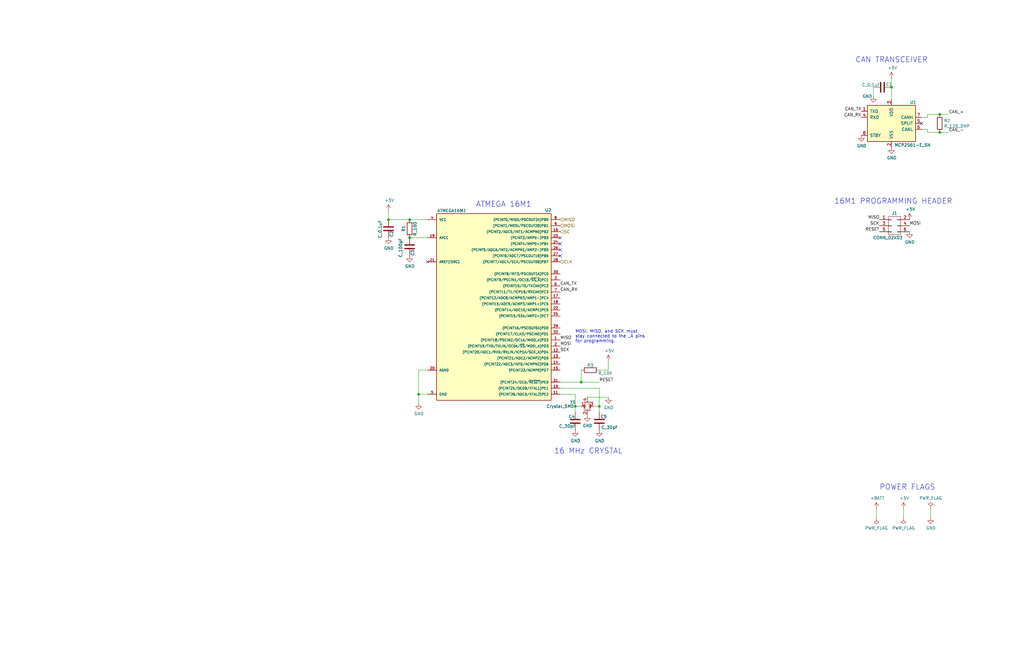
<source format=kicad_sch>
(kicad_sch (version 20211123) (generator eeschema)
  (paper "B")
  (title_block (title "OEM Project Template") (date "2019-08-22") (rev "1") (company "Olin Electric Motorsports") (comment 1 "Wesley Soo-Hoo"))
  (lib_symbols
    (symbol "formula:ATMEGA16M1" (pin_names (offset 1.016))
      (property "Reference" "U" (at -24.13 46.482 0))
      (property "Value" "ATMEGA16M1" (at 12.7 -35.56 0))
      (symbol "ATMEGA16M1_0_1"
        (rectangle (start -24.13 45.72) (end 24.13 -33.02) (stroke (width 0.254)) (fill (type background)))
      )
      (symbol "ATMEGA16M1_1_1"
        (pin bidirectional line (at 27.94 -7.62 180) (length 3.81) (name "(PCINT18/PSCIN2/OC1A/MISO_A)PD2") (number "1"))
        (pin bidirectional line (at 27.94 -27.94 180) (length 3.81) (name "(PCINT25/OC0B/XTAL1)PE1") (number "10"))
        (pin bidirectional line (at 27.94 -30.48 180) (length 3.81) (name "(PCINT26/ADC0/XTAL2)PE2") (number "11"))
        (pin bidirectional line (at 27.94 -12.7 180) (length 3.81) (name "(PCINT20/ADC1/RXD/RXLIN/ICP1A/SCK_A)PD4") (number "12"))
        (pin bidirectional line (at 27.94 -15.24 180) (length 3.81) (name "(PCINT21/ADC2/ACMP2)PD5") (number "13"))
        (pin bidirectional line (at 27.94 -17.78 180) (length 3.81) (name "(PCINT22/ADC3/INT0/ACMPN2)PD6") (number "14"))
        (pin bidirectional line (at 27.94 -20.32 180) (length 3.81) (name "(PCINT23/ACMP0)PD7") (number "15"))
        (pin bidirectional line (at 27.94 38.1 180) (length 3.81) (name "(PCINT2/ADC5/INT1/ACMPN0)PB2") (number "16"))
        (pin bidirectional line (at 27.94 10.16 180) (length 3.81) (name "(PCINT12/ADC8/ACMPN3/AMP1-)PC4") (number "17"))
        (pin bidirectional line (at 27.94 7.62 180) (length 3.81) (name "(PCINT13/ADC9/ACMP3/AMP1+)PC5") (number "18"))
        (pin power_in line (at -27.94 35.56 0) (length 3.81) (name "AVCC") (number "19"))
        (pin bidirectional line (at 27.94 -10.16 180) (length 3.81) (name "(PCINT19/TXD/TXLIN/OC0A/~{SS}/MOSI_A)PD3") (number "2"))
        (pin power_in line (at -27.94 -20.32 0) (length 3.81) (name "AGND") (number "20"))
        (pin power_in line (at -27.94 25.4 0) (length 3.81) (name "AREF(ISRC)") (number "21"))
        (pin bidirectional line (at 27.94 5.08 180) (length 3.81) (name "(PCINT14/ADC10/ACMP1)PC6") (number "22"))
        (pin bidirectional line (at 27.94 35.56 180) (length 3.81) (name "(PCINT3/AMP0-)PB3") (number "23"))
        (pin bidirectional line (at 27.94 33.02 180) (length 3.81) (name "(PCINT4/AMP0+)PB4") (number "24"))
        (pin bidirectional line (at 27.94 2.54 180) (length 3.81) (name "(PCINT15/D2A/AMP2+)PC7") (number "25"))
        (pin bidirectional line (at 27.94 30.48 180) (length 3.81) (name "(PCINT5/ADC6/INT2/ACMPN1/AMP2-)PB5") (number "26"))
        (pin bidirectional line (at 27.94 27.94 180) (length 3.81) (name "(PCINT6/ADC7/PSCOUT1B)PB6") (number "27"))
        (pin bidirectional line (at 27.94 25.4 180) (length 3.81) (name "(PCINT7/ADC4/SCK/PSCOUT0B)PB7") (number "28"))
        (pin bidirectional line (at 27.94 -2.54 180) (length 3.81) (name "(PCINT16/PSCOUT0A)PD0") (number "29"))
        (pin bidirectional line (at 27.94 17.78 180) (length 3.81) (name "(PCINT9/PSCIN1/OC1B/~{SS_A})PC1") (number "3"))
        (pin bidirectional line (at 27.94 20.32 180) (length 3.81) (name "(PCINT8/INT3/PSCOUT1A)PC0") (number "30"))
        (pin bidirectional line (at 27.94 -25.4 180) (length 3.81) (name "(PCINT24/OCD/~{RESET})PE0") (number "31"))
        (pin bidirectional line (at 27.94 -5.08 180) (length 3.81) (name "(PCINT17/CLKO/PSCIN0)PD1") (number "32"))
        (pin power_in line (at -27.94 43.18 0) (length 3.81) (name "VCC") (number "4"))
        (pin power_in line (at -27.94 -30.48 0) (length 3.81) (name "GND") (number "5"))
        (pin bidirectional line (at 27.94 15.24 180) (length 3.81) (name "(PCINT10/T0/TXCAN)PC2") (number "6"))
        (pin bidirectional line (at 27.94 12.7 180) (length 3.81) (name "(PCINT11/T1/ICP1B/RXCAN)PC3") (number "7"))
        (pin bidirectional line (at 27.94 43.18 180) (length 3.81) (name "(PCINT0/MISO/PSCOUT2A)PB0") (number "8"))
        (pin bidirectional line (at 27.94 40.64 180) (length 3.81) (name "(PCINT1/MOSI/PSCOUT2B)PB1") (number "9"))
      )
    )
    (symbol "formula:CONN_02X03" (pin_names (offset 0.0254) hide)
      (property "Reference" "J" (at 0 5.08 0))
      (property "Value" "CONN_02X03" (at 0 -5.08 0))
      (symbol "CONN_02X03_0_1"
        (rectangle (start -2.54 -2.413) (end -1.27 -2.667))
        (rectangle (start -2.54 0.127) (end -1.27 -0.127))
        (rectangle (start -2.54 2.667) (end -1.27 2.413))
        (rectangle (start -2.54 3.81) (end 2.54 -3.81))
        (rectangle (start 1.27 -2.413) (end 2.54 -2.667))
        (rectangle (start 1.27 0.127) (end 2.54 -0.127))
        (rectangle (start 1.27 2.667) (end 2.54 2.413))
      )
      (symbol "CONN_02X03_1_1"
        (pin passive line (at -6.35 2.54 0) (length 3.81) (name "P1") (number "1"))
        (pin passive line (at 6.35 2.54 180) (length 3.81) (name "P2") (number "2"))
        (pin passive line (at -6.35 0 0) (length 3.81) (name "P3") (number "3"))
        (pin passive line (at 6.35 0 180) (length 3.81) (name "P4") (number "4"))
        (pin passive line (at -6.35 -2.54 0) (length 3.81) (name "P5") (number "5"))
        (pin passive line (at 6.35 -2.54 180) (length 3.81) (name "P6") (number "6"))
      )
    )
    (symbol "formula:C_0.1uF" (pin_numbers hide) (pin_names (offset 0.254))
      (property "Reference" "C" (at 0.635 2.54 0))
      (property "Value" "C_0.1uF" (at 0.635 -2.54 0))
      (symbol "C_0.1uF_0_1"
        (polyline (pts (xy -2.032 -0.762) (xy 2.032 -0.762)) (stroke (width 0.508)))
        (polyline (pts (xy -2.032 0.762) (xy 2.032 0.762)) (stroke (width 0.508)))
      )
      (symbol "C_0.1uF_1_1"
        (pin passive line (at 0 3.81 270) (length 2.794) (name "~") (number "1"))
        (pin passive line (at 0 -3.81 90) (length 2.794) (name "~") (number "2"))
      )
    )
    (symbol "formula:C_100pF" (pin_numbers hide) (pin_names (offset 0.254))
      (property "Reference" "C" (at 0.635 2.54 0))
      (property "Value" "C_100pF" (at 0.635 -2.54 0))
      (symbol "C_100pF_0_1"
        (polyline (pts (xy -2.032 -0.762) (xy 2.032 -0.762)) (stroke (width 0.508)))
        (polyline (pts (xy -2.032 0.762) (xy 2.032 0.762)) (stroke (width 0.508)))
      )
      (symbol "C_100pF_1_1"
        (pin passive line (at 0 3.81 270) (length 2.794) (name "~") (number "1"))
        (pin passive line (at 0 -3.81 90) (length 2.794) (name "~") (number "2"))
      )
    )
    (symbol "formula:C_30pF" (pin_numbers hide) (pin_names (offset 0.254))
      (property "Reference" "C" (at 0.635 2.54 0))
      (property "Value" "C_30pF" (at 0.635 -2.54 0))
      (symbol "C_30pF_0_1"
        (polyline (pts (xy -2.032 -0.762) (xy 2.032 -0.762)) (stroke (width 0.508)))
        (polyline (pts (xy -2.032 0.762) (xy 2.032 0.762)) (stroke (width 0.508)))
      )
      (symbol "C_30pF_1_1"
        (pin passive line (at 0 3.81 270) (length 2.794) (name "~") (number "1"))
        (pin passive line (at 0 -3.81 90) (length 2.794) (name "~") (number "2"))
      )
    )
    (symbol "formula:Crystal_SMD" (pin_names (offset 1.016) hide)
      (property "Reference" "Y" (at 1.27 4.445 0))
      (property "Value" "Crystal_SMD" (at 1.27 2.54 0))
      (symbol "Crystal_SMD_0_1"
        (rectangle (start -0.762 -1.524) (end 0.762 1.524))
        (polyline (pts (xy -1.27 -0.762) (xy -1.27 0.762)) (stroke (width 0.381)))
        (polyline (pts (xy 1.27 -0.762) (xy 1.27 0.762)) (stroke (width 0.381)))
        (polyline (pts (xy -1.27 -1.27) (xy -1.27 -1.905) (xy 1.27 -1.905) (xy 1.27 -1.27)))
        (polyline (pts (xy -1.27 1.27) (xy -1.27 1.905) (xy 1.27 1.905) (xy 1.27 1.27)))
      )
      (symbol "Crystal_SMD_1_1"
        (pin passive line (at -2.54 0 0) (length 1.27) (name "1") (number "1"))
        (pin passive line (at 0 -3.81 90) (length 1.905) (name "2") (number "2"))
        (pin passive line (at 2.54 0 180) (length 1.27) (name "3") (number "3"))
        (pin passive line (at 0 3.81 270) (length 1.905) (name "4") (number "4"))
      )
    )
    (symbol "formula:MCP2561-E_SN" (pin_names (offset 1.016))
      (property "Reference" "U" (at -10.16 8.89 0))
      (property "Value" "MCP2561-E_SN" (at 2.54 8.89 0))
      (symbol "MCP2561-E_SN_0_1"
        (rectangle (start -10.16 7.62) (end 10.16 -7.62) (stroke (width 0.254)) (fill (type background)))
      )
      (symbol "MCP2561-E_SN_1_1"
        (pin input line (at -12.7 5.08 0) (length 2.54) (name "TXD") (number "1"))
        (pin power_in line (at 0 -10.16 90) (length 2.54) (name "VSS") (number "2"))
        (pin power_in line (at 0 10.16 270) (length 2.54) (name "VDD") (number "3"))
        (pin output line (at -12.7 2.54 0) (length 2.54) (name "RXD") (number "4"))
        (pin passive line (at 12.7 0 180) (length 2.54) (name "SPLIT") (number "5"))
        (pin bidirectional line (at 12.7 -2.54 180) (length 2.54) (name "CANL") (number "6"))
        (pin bidirectional line (at 12.7 2.54 180) (length 2.54) (name "CANH") (number "7"))
        (pin input line (at -12.7 -5.08 0) (length 2.54) (name "STBY") (number "8"))
      )
    )
    (symbol "formula:R_100" (pin_numbers hide) (pin_names (offset 0))
      (property "Reference" "R" (at 2.032 0 90))
      (property "Value" "R_100" (at -2.54 0 90))
      (symbol "R_100_0_1"
        (rectangle (start -1.016 -2.54) (end 1.016 2.54) (stroke (width 0.254)))
      )
      (symbol "R_100_1_1"
        (pin passive line (at 0 3.81 270) (length 1.27) (name "~") (number "1"))
        (pin passive line (at 0 -3.81 90) (length 1.27) (name "~") (number "2"))
      )
    )
    (symbol "formula:R_10K" (pin_numbers hide) (pin_names (offset 0))
      (property "Reference" "R" (at 2.032 0 90))
      (property "Value" "R_10K" (at -2.54 0 90))
      (symbol "R_10K_0_1"
        (rectangle (start -1.016 -2.54) (end 1.016 2.54) (stroke (width 0.254)))
      )
      (symbol "R_10K_1_1"
        (pin passive line (at 0 3.81 270) (length 1.27) (name "~") (number "1"))
        (pin passive line (at 0 -3.81 90) (length 1.27) (name "~") (number "2"))
      )
    )
    (symbol "formula:R_120_DNP" (pin_numbers hide) (pin_names (offset 0))
      (property "Reference" "R" (at 2.032 0 90))
      (property "Value" "R_120_DNP" (at -2.54 0 90))
      (symbol "R_120_DNP_0_1"
        (rectangle (start -1.016 -2.54) (end 1.016 2.54) (stroke (width 0.254)))
      )
      (symbol "R_120_DNP_1_1"
        (pin passive line (at 0 3.81 270) (length 1.27) (name "~") (number "1"))
        (pin passive line (at 0 -3.81 90) (length 1.27) (name "~") (number "2"))
      )
    )
    (symbol "power:+5V" (power) (pin_names (offset 0))
      (property "Value" "+5V" (at 0 3.556 0))
      (symbol "+5V_0_1"
        (polyline (pts (xy -0.762 1.27) (xy 0 2.54)))
        (polyline (pts (xy 0 0) (xy 0 2.54)))
        (polyline (pts (xy 0 2.54) (xy 0.762 1.27)))
      )
      (symbol "+5V_1_1"
        (pin power_in line (at 0 0 90) (length 0) hide (name "+5V") (number "1"))
      )
    )
    (symbol "power:+BATT" (power) (pin_names (offset 0))
      (property "Value" "+BATT" (at 0 3.556 0))
      (symbol "+BATT_0_1"
        (polyline (pts (xy -0.762 1.27) (xy 0 2.54)))
        (polyline (pts (xy 0 0) (xy 0 2.54)))
        (polyline (pts (xy 0 2.54) (xy 0.762 1.27)))
      )
      (symbol "+BATT_1_1"
        (pin power_in line (at 0 0 90) (length 0) hide (name "+BATT") (number "1"))
      )
    )
    (symbol "power:GND" (power) (pin_names (offset 0))
      (property "Value" "GND" (at 0 -3.81 0))
      (symbol "GND_0_1"
        (polyline (pts (xy 0 0) (xy 0 -1.27) (xy 1.27 -1.27) (xy 0 -2.54) (xy -1.27 -1.27) (xy 0 -1.27)))
      )
      (symbol "GND_1_1"
        (pin power_in line (at 0 0 270) (length 0) hide (name "GND") (number "1"))
      )
    )
    (symbol "power:PWR_FLAG" (power) (pin_numbers hide) (pin_names (offset 0) hide)
      (property "Value" "PWR_FLAG" (at 0 3.81 0))
      (symbol "PWR_FLAG_0_0"
        (pin power_out line (at 0 0 90) (length 0) (name "pwr") (number "1"))
      )
      (symbol "PWR_FLAG_0_1"
        (polyline (pts (xy 0 0) (xy 0 1.27) (xy -1.016 1.905) (xy 0 2.54) (xy 1.016 1.905) (xy 0 1.27)))
      )
    )
  )
  (junction (at 163.83 92.71))
  (junction (at 375.92 36.83))
  (junction (at 172.72 92.71))
  (junction (at 172.72 100.33))
  (junction (at 396.24 55.88))
  (junction (at 176.53 166.37))
  (junction (at 396.24 48.26))
  (junction (at 245.11 161.29))
  (junction (at 242.57 171.45))
  (junction (at 252.73 171.45))
  (no_connect (at 236.22 102.87))
  (no_connect (at 236.22 105.41))
  (no_connect (at 236.22 100.33))
  (no_connect (at 388.62 52.07))
  (no_connect (at 236.22 107.95))
  (no_connect (at 180.34 110.49))
  (wire (pts (xy 176.53 156.21) (xy 180.34 156.21)))
  (wire (pts (xy 252.73 163.83) (xy 236.22 163.83)))
  (wire (pts (xy 368.3 36.83) (xy 368.3 40.64)))
  (wire (pts (xy 391.16 54.61) (xy 391.16 55.88)))
  (wire (pts (xy 247.65 167.64) (xy 256.54 167.64)))
  (wire (pts (xy 242.57 171.45) (xy 245.11 171.45)))
  (wire (pts (xy 391.16 48.26) (xy 396.24 48.26)))
  (wire (pts (xy 176.53 170.18) (xy 176.53 166.37)))
  (wire (pts (xy 391.16 55.88) (xy 396.24 55.88)))
  (wire (pts (xy 381 218.44) (xy 381 214.63)))
  (wire (pts (xy 242.57 171.45) (xy 242.57 166.37)))
  (wire (pts (xy 163.83 92.71) (xy 172.72 92.71)))
  (wire (pts (xy 396.24 48.26) (xy 400.05 48.26)))
  (wire (pts (xy 180.34 100.33) (xy 172.72 100.33)))
  (wire (pts (xy 392.43 214.63) (xy 392.43 218.44)))
  (wire (pts (xy 375.92 36.83) (xy 375.92 33.02)))
  (wire (pts (xy 396.24 55.88) (xy 400.05 55.88)))
  (wire (pts (xy 375.92 41.91) (xy 375.92 36.83)))
  (wire (pts (xy 250.19 171.45) (xy 252.73 171.45)))
  (wire (pts (xy 252.73 156.21) (xy 256.54 156.21)))
  (wire (pts (xy 252.73 171.45) (xy 252.73 163.83)))
  (wire (pts (xy 172.72 92.71) (xy 180.34 92.71)))
  (wire (pts (xy 369.57 214.63) (xy 369.57 218.44)))
  (wire (pts (xy 388.62 49.53) (xy 391.16 49.53)))
  (wire (pts (xy 176.53 166.37) (xy 176.53 156.21)))
  (wire (pts (xy 388.62 54.61) (xy 391.16 54.61)))
  (wire (pts (xy 252.73 171.45) (xy 252.73 173.99)))
  (wire (pts (xy 163.83 88.9) (xy 163.83 92.71)))
  (wire (pts (xy 242.57 173.99) (xy 242.57 171.45)))
  (wire (pts (xy 245.11 161.29) (xy 245.11 156.21)))
  (wire (pts (xy 245.11 161.29) (xy 252.73 161.29)))
  (wire (pts (xy 242.57 166.37) (xy 236.22 166.37)))
  (wire (pts (xy 180.34 166.37) (xy 176.53 166.37)))
  (wire (pts (xy 391.16 49.53) (xy 391.16 48.26)))
  (wire (pts (xy 236.22 161.29) (xy 245.11 161.29)))
  (wire (pts (xy 256.54 156.21) (xy 256.54 152.4)))
  (text "POWER FLAGS\n" (at 370.84 207.01 0) (effects (font (size 2.2606 2.2606)) (justify left bottom)))
  (text "CAN TRANSCEIVER\n" (at 360.68 26.67 0) (effects (font (size 2.2606 2.2606)) (justify left bottom)))
  (text "ATMEGA 16M1\n" (at 200.66 87.63 0) (effects (font (size 2.2606 2.2606)) (justify left bottom)))
  (text "MOSI, MISO, and SCK must\nstay connected to the _A pins\nfor programming." (at 242.57 144.78 0) (effects (font (size 1.27 1.27)) (justify left bottom)))
  (text "16 MHz CRYSTAL\n" (at 233.68 191.77 0) (effects (font (size 2.2606 2.2606)) (justify left bottom)))
  (text "16M1 PROGRAMMING HEADER\n" (at 351.79 86.36 0) (effects (font (size 2.2606 2.2606)) (justify left bottom)))
  (label "RESET" (at 370.84 97.79 180))
  (label "MISO" (at 236.22 143.51 0))
  (label "MOSI" (at 383.54 95.25 0))
  (label "CAN_+" (at 400.05 48.26 0))
  (label "CAN_-" (at 400.05 55.88 0))
  (label "CAN_RX" (at 236.22 123.19 0))
  (label "CAN_TX" (at 236.22 120.65 0))
  (label "MOSI" (at 236.22 146.05 0))
  (label "CAN_TX" (at 363.22 46.99 180))
  (label "SCK" (at 236.22 148.59 0))
  (label "SCK" (at 370.84 95.25 180))
  (label "RESET" (at 252.73 161.29 0))
  (label "CAN_RX" (at 363.22 49.53 180))
  (label "MISO" (at 370.84 92.71 180))
  (hierarchical_label "CLK" (shape input) (at 236.22 110.49 0))
  (hierarchical_label "MOSI" (shape input) (at 236.22 95.25 0))
  (hierarchical_label "MISO" (shape input) (at 236.22 92.71 0))
  (hierarchical_label "SC" (shape input) (at 236.22 97.79 0))
  (symbol (lib_id "power:GND") (at 392.43 218.44 0) (unit 1)
    (property "Reference" "#PWR?" (effects hide))
    (property "Value" "GND" (at 392.557 222.8342 0))
  )
  (symbol (lib_id "formula:ATMEGA16M1") (at 208.28 135.89 0) (unit 1)
    (property "Reference" "U2" (at 231.14 88.646 0))
    (property "Value" "ATMEGA16M1" (at 190.5 88.9 0))
    (property "Footprint" "footprints:TQFP-32_7x7mm_Pitch0.8mm" (effects hide))
    (property "Datasheet" "http://ww1.microchip.com/downloads/en/DeviceDoc/Atmel-8209-8-bit%20AVR%20ATmega16M1-32M1-64M1_Datasheet.pdf" (effects hide))
    (property "MFN" "DK" (effects hide))
    (property "MPN" "ATMEGA16M1-AU-ND" (effects hide))
    (property "PurchasingLink" "https://www.digikey.com/product-detail/en/atmel/ATMEGA16M1-AU/ATMEGA16M1-AU-ND/2271208" (effects hide))
  )
  (symbol (lib_id "formula:R_100") (at 172.72 96.52 0) (unit 1)
    (property "Reference" "R1" (at 170.18 97.79 90) (effects (justify left)))
    (property "Value" "R_100" (at 175.006 99.568 90) (effects (justify left)))
    (property "Footprint" "footprints:R_0805_OEM" (effects hide))
    (property "Datasheet" "https://www.seielect.com/Catalog/SEI-rncp.pdf" (effects hide))
    (property "MFN" "DK" (effects hide))
    (property "MPN" "RNCP0805FTD100RCT-ND" (effects hide))
    (property "PurchasingLink" "https://www.digikey.com/products/en?keywords=RNCP0805FTD100RCT-ND" (effects hide))
  )
  (symbol (lib_id "formula:C_0.1uF") (at 163.83 96.52 0) (unit 1)
    (property "Reference" "C2" (at 165.1 100.076 90) (effects (justify left)))
    (property "Value" "C_0.1uF" (at 160.274 100.584 90) (effects (justify left)))
    (property "Footprint" "footprints:C_0805_OEM" (effects hide))
    (property "Datasheet" "http://datasheets.avx.com/X7RDielectric.pdf" (effects hide))
    (property "MFN" "DK" (effects hide))
    (property "MPN" "478-3352-1-ND" (effects hide))
    (property "PurchasingLink" "https://www.digikey.com/products/en?keywords=478-3352-1-ND" (effects hide))
  )
  (symbol (lib_id "formula:C_100pF") (at 172.72 104.14 0) (unit 1)
    (property "Reference" "C3" (at 173.99 107.95 90) (effects (justify left)))
    (property "Value" "C_100pF" (at 168.91 108.712 90) (effects (justify left)))
    (property "Footprint" "footprints:C_0805_OEM" (effects hide))
    (property "Datasheet" "https://katalog.we-online.de/pbs/datasheet/885012007057.pdf" (effects hide))
    (property "MFN" "DK" (effects hide))
    (property "MPN" "732-7852-1-ND" (effects hide))
    (property "PurchasingLink" "https://www.digikey.com/product-detail/en/wurth-electronics-inc/885012007057/732-7852-1-ND/5454479" (effects hide))
  )
  (symbol (lib_id "power:GND") (at 163.83 100.33 0) (unit 1)
    (property "Reference" "#PWR?" (effects hide))
    (property "Value" "GND" (at 163.957 104.7242 0))
  )
  (symbol (lib_id "power:GND") (at 172.72 107.95 0) (unit 1)
    (property "Reference" "#PWR?" (effects hide))
    (property "Value" "GND" (at 172.847 112.3442 0))
  )
  (symbol (lib_id "formula:Crystal_SMD") (at 247.65 171.45 0) (unit 1)
    (property "Reference" "Y1" (at 240.284 169.672 0) (effects (justify left)))
    (property "Value" "Crystal_SMD" (at 230.378 171.45 0) (effects (justify left)))
    (property "Footprint" "footprints:Crystal_SMD_FA238" (effects hide))
    (property "Datasheet" "http://www.txccorp.com/download/products/quartz_crystals/2015TXC_7M_17.pdf" (effects hide))
    (property "MFN" "DK" (effects hide))
    (property "MPN" "887-1125-1-ND" (effects hide))
    (property "PurchasingLink" "https://www.digikey.com/product-detail/en/txc-corporation/7M-16.000MAAJ-T/887-1125-1-ND/2119014" (effects hide))
  )
  (symbol (lib_id "formula:C_30pF") (at 242.57 177.8 0) (unit 1)
    (property "Reference" "C4" (at 239.776 175.768 0) (effects (justify left)))
    (property "Value" "C_30pF" (at 235.712 179.832 0) (effects (justify left)))
    (property "Footprint" "footprints:C_0805_OEM" (effects hide))
    (property "Datasheet" "https://media.digikey.com/pdf/Data%20Sheets/Samsung%20PDFs/CL_Series_MLCC_ds.pdf" (effects hide))
    (property "MFN" "DK" (effects hide))
    (property "MPN" "1276-1130-1-ND" (effects hide))
    (property "PurchasingLink" "https://www.digikey.com/product-detail/en/samsung-electro-mechanics-america-inc/CL21C300JBANNNC/1276-1130-1-ND/3889216" (effects hide))
  )
  (symbol (lib_id "formula:C_30pF") (at 252.73 177.8 0) (unit 1)
    (property "Reference" "C5" (at 253.238 175.768 0) (effects (justify left)))
    (property "Value" "C_30pF" (at 253.492 180.34 0) (effects (justify left)))
    (property "Footprint" "footprints:C_0805_OEM" (effects hide))
    (property "Datasheet" "https://media.digikey.com/pdf/Data%20Sheets/Samsung%20PDFs/CL_Series_MLCC_ds.pdf" (effects hide))
    (property "MFN" "DK" (effects hide))
    (property "MPN" "1276-1130-1-ND" (effects hide))
    (property "PurchasingLink" "https://www.digikey.com/product-detail/en/samsung-electro-mechanics-america-inc/CL21C300JBANNNC/1276-1130-1-ND/3889216" (effects hide))
  )
  (symbol (lib_id "formula:R_10K") (at 248.92 156.21 270) (unit 1)
    (property "Reference" "R3" (at 248.92 154.178 90))
    (property "Value" "R_10K" (at 255.27 157.48 90))
    (property "Footprint" "footprints:R_0805_OEM" (effects hide))
    (property "Datasheet" "http://www.bourns.com/data/global/pdfs/CRS.pdf" (effects hide))
    (property "MFN" "DK" (effects hide))
    (property "MPN" "CRS0805-FX-1002ELFCT-ND" (effects hide))
    (property "PurchasingLink" "https://www.digikey.com/products/en?keywords=CRS0805-FX-1002ELFCT-ND" (effects hide))
  )
  (symbol (lib_id "power:GND") (at 242.57 181.61 0) (unit 1)
    (property "Reference" "#PWR?" (effects hide))
    (property "Value" "GND" (at 242.697 186.0042 0))
  )
  (symbol (lib_id "power:GND") (at 252.73 181.61 0) (unit 1)
    (property "Reference" "#PWR?" (effects hide))
    (property "Value" "GND" (at 252.857 186.0042 0))
  )
  (symbol (lib_id "power:GND") (at 247.65 175.26 0) (unit 1)
    (property "Reference" "#PWR?" (effects hide))
    (property "Value" "GND" (at 247.777 179.6542 0))
  )
  (symbol (lib_id "power:GND") (at 256.54 167.64 0) (unit 1)
    (property "Reference" "#PWR?" (effects hide))
    (property "Value" "GND" (at 256.667 172.0342 0))
  )
  (symbol (lib_id "power:GND") (at 176.53 170.18 0) (unit 1)
    (property "Reference" "#PWR?" (effects hide))
    (property "Value" "GND" (at 176.657 174.5742 0))
  )
  (symbol (lib_id "formula:MCP2561-E_SN") (at 375.92 52.07 0) (unit 1)
    (property "Reference" "U1" (at 385.064 43.18 0))
    (property "Value" "MCP2561-E_SN" (at 384.81 61.214 0))
    (property "Footprint" "footprints:SOIC-8_3.9x4.9mm_Pitch1.27mm_OEM" (effects hide))
    (property "Datasheet" "http://www.microchip.com/mymicrochip/filehandler.aspx?ddocname=en561044" (effects hide))
    (property "MFN" "DK" (effects hide))
    (property "MPN" "MCP2561-E/SN-ND" (effects hide))
    (property "PurchasingLink" "https://www.digikey.com/products/en?keywords=mcp2561-e%2Fsn" (effects hide))
  )
  (symbol (lib_id "formula:C_0.1uF") (at 372.11 36.83 270) (unit 1)
    (property "Reference" "C1" (at 374.904 35.56 90))
    (property "Value" "C_0.1uF" (at 367.284 35.814 90))
    (property "Footprint" "footprints:C_0805_OEM" (effects hide))
    (property "Datasheet" "http://datasheets.avx.com/X7RDielectric.pdf" (effects hide))
    (property "MFN" "DK" (effects hide))
    (property "MPN" "478-3352-1-ND" (effects hide))
    (property "PurchasingLink" "https://www.digikey.com/products/en?keywords=478-3352-1-ND" (effects hide))
  )
  (symbol (lib_id "power:GND") (at 368.3 40.64 0) (unit 1)
    (property "Reference" "#PWR?" (effects hide))
    (property "Value" "GND" (at 365.76 40.64 0))
  )
  (symbol (lib_id "power:GND") (at 375.92 62.23 0) (unit 1)
    (property "Reference" "#PWR?" (effects hide))
    (property "Value" "GND" (at 376.047 66.6242 0))
  )
  (symbol (lib_id "power:GND") (at 363.22 57.15 0) (unit 1)
    (property "Reference" "#PWR?" (effects hide))
    (property "Value" "GND" (at 363.347 61.5442 0))
  )
  (symbol (lib_id "power:PWR_FLAG") (at 369.57 218.44 180) (unit 1)
    (property "Reference" "#FLG?" (effects hide))
    (property "Value" "PWR_FLAG" (at 369.57 222.8596 0))
  )
  (symbol (lib_id "power:PWR_FLAG") (at 381 218.44 180) (unit 1)
    (property "Reference" "#FLG?" (effects hide))
    (property "Value" "PWR_FLAG" (at 381 222.8596 0))
  )
  (symbol (lib_id "power:PWR_FLAG") (at 392.43 214.63 0) (unit 1)
    (property "Reference" "#FLG?" (effects hide))
    (property "Value" "PWR_FLAG" (at 392.43 210.2104 0))
  )
  (symbol (lib_id "formula:CONN_02X03") (at 377.19 95.25 0) (unit 1)
    (property "Reference" "J1" (at 377.19 89.916 0))
    (property "Value" "CONN_02X03" (at 374.396 100.33 0))
    (property "Footprint" "footprints:Pin_Header_Straight_2x03" (effects hide))
    (property "Datasheet" "http://portal.fciconnect.com/Comergent//fci/drawing/67996.pdf" (effects hide))
    (property "MFN" "DK" (effects hide))
    (property "MPN" "609-3234-ND" (effects hide))
    (property "PurchasingLink" "https://www.digikey.com/product-detail/en/amphenol-fci/67997-206HLF/609-3234-ND/1878491" (effects hide))
  )
  (symbol (lib_id "power:GND") (at 383.54 97.79 0) (unit 1)
    (property "Reference" "#PWR?" (effects hide))
    (property "Value" "GND" (at 383.667 102.1842 0))
  )
  (symbol (lib_id "formula:R_120_DNP") (at 396.24 52.07 0) (unit 1)
    (property "Reference" "R2" (at 398.018 50.9016 0) (effects (justify left)))
    (property "Value" "R_120_DNP" (at 398.018 53.213 0) (effects (justify left)))
    (property "Footprint" "footprints:R_0805_OEM" (effects hide))
    (property "Datasheet" "https://www.mouser.com/datasheet/2/315/AOA0000C304-1149620.pdf" (effects hide))
    (property "MFN" "DK" (effects hide))
    (property "MPN" "667-ERJ-6ENF1200V" (effects hide))
    (property "PurchasingLink" "https://www.mouser.com/ProductDetail/Panasonic-Industrial-Devices/ERJ-6ENF1200V?qs=sGAEpiMZZMvdGkrng054t8AJgcdMkx7x%252bFQnctTMUmU%3d" (effects hide))
  )
  (symbol (lib_id "power:+5V") (at 163.83 88.9 0) (unit 1)
    (property "Reference" "#PWR?" (effects hide))
    (property "Value" "+5V" (at 164.211 84.5058 0))
  )
  (symbol (lib_id "power:+5V") (at 375.92 33.02 0) (unit 1)
    (property "Reference" "#PWR?" (effects hide))
    (property "Value" "+5V" (at 376.301 28.6258 0))
  )
  (symbol (lib_id "power:+5V") (at 383.54 92.71 0) (unit 1)
    (property "Reference" "#PWR?" (effects hide))
    (property "Value" "+5V" (at 383.921 88.3158 0))
  )
  (symbol (lib_id "power:+5V") (at 381 214.63 0) (unit 1)
    (property "Reference" "#PWR?" (effects hide))
    (property "Value" "+5V" (at 381.381 210.2358 0))
  )
  (symbol (lib_id "power:+5V") (at 256.54 152.4 0) (unit 1)
    (property "Reference" "#PWR?" (effects hide))
    (property "Value" "+5V" (at 256.921 148.0058 0))
  )
  (symbol (lib_id "power:+BATT") (at 369.57 214.63 0) (unit 1)
    (property "Reference" "#PWR?" (effects hide))
    (property "Value" "+BATT" (at 369.951 210.2358 0))
  )
)
</source>
